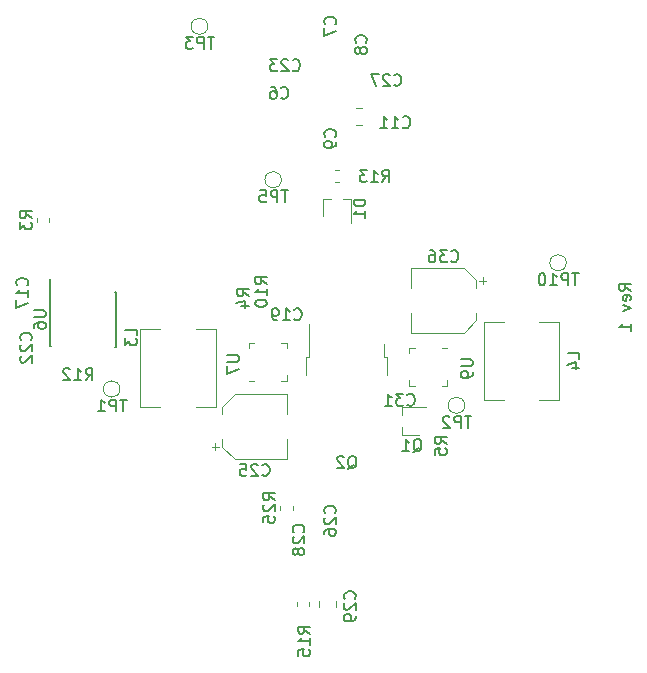
<source format=gbo>
G04 #@! TF.GenerationSoftware,KiCad,Pcbnew,5.1.5*
G04 #@! TF.CreationDate,2020-04-28T07:55:38-04:00*
G04 #@! TF.ProjectId,ball-spider,62616c6c-2d73-4706-9964-65722e6b6963,rev?*
G04 #@! TF.SameCoordinates,Original*
G04 #@! TF.FileFunction,Legend,Bot*
G04 #@! TF.FilePolarity,Positive*
%FSLAX46Y46*%
G04 Gerber Fmt 4.6, Leading zero omitted, Abs format (unit mm)*
G04 Created by KiCad (PCBNEW 5.1.5) date 2020-04-28 07:55:38*
%MOMM*%
%LPD*%
G04 APERTURE LIST*
%ADD10C,0.152400*%
%ADD11C,0.120000*%
%ADD12C,0.150000*%
G04 APERTURE END LIST*
D10*
X75449619Y-45361536D02*
X74965809Y-45022869D01*
X75449619Y-44780964D02*
X74433619Y-44780964D01*
X74433619Y-45168012D01*
X74482000Y-45264774D01*
X74530380Y-45313155D01*
X74627142Y-45361536D01*
X74772285Y-45361536D01*
X74869047Y-45313155D01*
X74917428Y-45264774D01*
X74965809Y-45168012D01*
X74965809Y-44780964D01*
X75401238Y-46184012D02*
X75449619Y-46087250D01*
X75449619Y-45893726D01*
X75401238Y-45796964D01*
X75304476Y-45748583D01*
X74917428Y-45748583D01*
X74820666Y-45796964D01*
X74772285Y-45893726D01*
X74772285Y-46087250D01*
X74820666Y-46184012D01*
X74917428Y-46232393D01*
X75014190Y-46232393D01*
X75110952Y-45748583D01*
X74772285Y-46571060D02*
X75449619Y-46812964D01*
X74772285Y-47054869D01*
X75449619Y-48748202D02*
X75449619Y-48167631D01*
X75449619Y-48457917D02*
X74433619Y-48457917D01*
X74578761Y-48361155D01*
X74675523Y-48264393D01*
X74723904Y-48167631D01*
D11*
X46810000Y-63597221D02*
X46810000Y-63922779D01*
X45790000Y-63597221D02*
X45790000Y-63922779D01*
X69990000Y-43010000D02*
G75*
G03X69990000Y-43010000I-700000J0D01*
G01*
X45870000Y-35980000D02*
G75*
G03X45870000Y-35980000I-700000J0D01*
G01*
X39630000Y-22990000D02*
G75*
G03X39630000Y-22990000I-700000J0D01*
G01*
X61390000Y-55090000D02*
G75*
G03X61390000Y-55090000I-700000J0D01*
G01*
X32200000Y-53700000D02*
G75*
G03X32200000Y-53700000I-700000J0D01*
G01*
X59435000Y-50190000D02*
X59910000Y-50190000D01*
X56690000Y-53410000D02*
X56690000Y-52935000D01*
X57165000Y-53410000D02*
X56690000Y-53410000D01*
X59910000Y-53410000D02*
X59910000Y-52935000D01*
X59435000Y-53410000D02*
X59910000Y-53410000D01*
X56690000Y-50190000D02*
X56690000Y-50665000D01*
X57165000Y-50190000D02*
X56690000Y-50190000D01*
X43565000Y-53010000D02*
X43090000Y-53010000D01*
X46310000Y-49790000D02*
X46310000Y-50265000D01*
X45835000Y-49790000D02*
X46310000Y-49790000D01*
X43090000Y-49790000D02*
X43090000Y-50265000D01*
X43565000Y-49790000D02*
X43090000Y-49790000D01*
X46310000Y-53010000D02*
X46310000Y-52535000D01*
X45835000Y-53010000D02*
X46310000Y-53010000D01*
D12*
X31825000Y-45475000D02*
X31825000Y-50125000D01*
X26300000Y-44400000D02*
X26300000Y-50100000D01*
X31825000Y-45475000D02*
X31800000Y-45475000D01*
X31825000Y-50125000D02*
X31800000Y-50125000D01*
X26300000Y-50100000D02*
X26400000Y-50100000D01*
D11*
X47190000Y-72062779D02*
X47190000Y-71737221D01*
X48210000Y-72062779D02*
X48210000Y-71737221D01*
X50407221Y-35160000D02*
X50732779Y-35160000D01*
X50407221Y-36180000D02*
X50732779Y-36180000D01*
X26210000Y-39237221D02*
X26210000Y-39562779D01*
X25190000Y-39237221D02*
X25190000Y-39562779D01*
X54580000Y-51030000D02*
X54580000Y-49930000D01*
X54850000Y-51030000D02*
X54580000Y-51030000D01*
X54850000Y-52530000D02*
X54850000Y-51030000D01*
X48220000Y-51030000D02*
X48220000Y-48200000D01*
X47950000Y-51030000D02*
X48220000Y-51030000D01*
X47950000Y-52530000D02*
X47950000Y-51030000D01*
X57480000Y-57560000D02*
X56070000Y-57560000D01*
X56070000Y-55240000D02*
X58100000Y-55240000D01*
X56070000Y-55240000D02*
X56070000Y-55900000D01*
X56070000Y-56900000D02*
X56070000Y-57560000D01*
X69400000Y-48000000D02*
X67700000Y-48000000D01*
X69400000Y-54600000D02*
X69400000Y-48000000D01*
X67700000Y-54600000D02*
X69400000Y-54600000D01*
X63000000Y-54600000D02*
X64700000Y-54600000D01*
X63000000Y-48000000D02*
X63000000Y-54600000D01*
X64700000Y-48000000D02*
X63000000Y-48000000D01*
X33900000Y-55200000D02*
X35600000Y-55200000D01*
X33900000Y-48600000D02*
X33900000Y-55200000D01*
X35600000Y-48600000D02*
X33900000Y-48600000D01*
X40300000Y-48600000D02*
X38600000Y-48600000D01*
X40300000Y-55200000D02*
X40300000Y-48600000D01*
X38600000Y-55200000D02*
X40300000Y-55200000D01*
X49420000Y-39040000D02*
X49420000Y-37630000D01*
X51740000Y-37630000D02*
X51740000Y-39660000D01*
X51740000Y-37630000D02*
X51080000Y-37630000D01*
X50080000Y-37630000D02*
X49420000Y-37630000D01*
X62912500Y-44202500D02*
X62912500Y-44827500D01*
X63225000Y-44515000D02*
X62600000Y-44515000D01*
X62360000Y-47895563D02*
X61295563Y-48960000D01*
X62360000Y-44504437D02*
X61295563Y-43440000D01*
X62360000Y-44504437D02*
X62360000Y-45140000D01*
X62360000Y-47895563D02*
X62360000Y-47260000D01*
X61295563Y-48960000D02*
X56840000Y-48960000D01*
X61295563Y-43440000D02*
X56840000Y-43440000D01*
X56840000Y-43440000D02*
X56840000Y-45140000D01*
X56840000Y-48960000D02*
X56840000Y-47260000D01*
X49090000Y-72158578D02*
X49090000Y-71641422D01*
X50510000Y-72158578D02*
X50510000Y-71641422D01*
X40287500Y-58897500D02*
X40287500Y-58272500D01*
X39975000Y-58585000D02*
X40600000Y-58585000D01*
X40840000Y-55204437D02*
X41904437Y-54140000D01*
X40840000Y-58595563D02*
X41904437Y-59660000D01*
X40840000Y-58595563D02*
X40840000Y-57960000D01*
X40840000Y-55204437D02*
X40840000Y-55840000D01*
X41904437Y-54140000D02*
X46360000Y-54140000D01*
X41904437Y-59660000D02*
X46360000Y-59660000D01*
X46360000Y-59660000D02*
X46360000Y-57960000D01*
X46360000Y-54140000D02*
X46360000Y-55840000D01*
X52658578Y-31310000D02*
X52141422Y-31310000D01*
X52658578Y-29890000D02*
X52141422Y-29890000D01*
D12*
X45322380Y-63117142D02*
X44846190Y-62783809D01*
X45322380Y-62545714D02*
X44322380Y-62545714D01*
X44322380Y-62926666D01*
X44370000Y-63021904D01*
X44417619Y-63069523D01*
X44512857Y-63117142D01*
X44655714Y-63117142D01*
X44750952Y-63069523D01*
X44798571Y-63021904D01*
X44846190Y-62926666D01*
X44846190Y-62545714D01*
X44417619Y-63498095D02*
X44370000Y-63545714D01*
X44322380Y-63640952D01*
X44322380Y-63879047D01*
X44370000Y-63974285D01*
X44417619Y-64021904D01*
X44512857Y-64069523D01*
X44608095Y-64069523D01*
X44750952Y-64021904D01*
X45322380Y-63450476D01*
X45322380Y-64069523D01*
X44322380Y-64974285D02*
X44322380Y-64498095D01*
X44798571Y-64450476D01*
X44750952Y-64498095D01*
X44703333Y-64593333D01*
X44703333Y-64831428D01*
X44750952Y-64926666D01*
X44798571Y-64974285D01*
X44893809Y-65021904D01*
X45131904Y-65021904D01*
X45227142Y-64974285D01*
X45274761Y-64926666D01*
X45322380Y-64831428D01*
X45322380Y-64593333D01*
X45274761Y-64498095D01*
X45227142Y-64450476D01*
X71028095Y-43910380D02*
X70456666Y-43910380D01*
X70742380Y-44910380D02*
X70742380Y-43910380D01*
X70123333Y-44910380D02*
X70123333Y-43910380D01*
X69742380Y-43910380D01*
X69647142Y-43958000D01*
X69599523Y-44005619D01*
X69551904Y-44100857D01*
X69551904Y-44243714D01*
X69599523Y-44338952D01*
X69647142Y-44386571D01*
X69742380Y-44434190D01*
X70123333Y-44434190D01*
X68599523Y-44910380D02*
X69170952Y-44910380D01*
X68885238Y-44910380D02*
X68885238Y-43910380D01*
X68980476Y-44053238D01*
X69075714Y-44148476D01*
X69170952Y-44196095D01*
X67980476Y-43910380D02*
X67885238Y-43910380D01*
X67790000Y-43958000D01*
X67742380Y-44005619D01*
X67694761Y-44100857D01*
X67647142Y-44291333D01*
X67647142Y-44529428D01*
X67694761Y-44719904D01*
X67742380Y-44815142D01*
X67790000Y-44862761D01*
X67885238Y-44910380D01*
X67980476Y-44910380D01*
X68075714Y-44862761D01*
X68123333Y-44815142D01*
X68170952Y-44719904D01*
X68218571Y-44529428D01*
X68218571Y-44291333D01*
X68170952Y-44100857D01*
X68123333Y-44005619D01*
X68075714Y-43958000D01*
X67980476Y-43910380D01*
X46431904Y-36880380D02*
X45860476Y-36880380D01*
X46146190Y-37880380D02*
X46146190Y-36880380D01*
X45527142Y-37880380D02*
X45527142Y-36880380D01*
X45146190Y-36880380D01*
X45050952Y-36928000D01*
X45003333Y-36975619D01*
X44955714Y-37070857D01*
X44955714Y-37213714D01*
X45003333Y-37308952D01*
X45050952Y-37356571D01*
X45146190Y-37404190D01*
X45527142Y-37404190D01*
X44050952Y-36880380D02*
X44527142Y-36880380D01*
X44574761Y-37356571D01*
X44527142Y-37308952D01*
X44431904Y-37261333D01*
X44193809Y-37261333D01*
X44098571Y-37308952D01*
X44050952Y-37356571D01*
X44003333Y-37451809D01*
X44003333Y-37689904D01*
X44050952Y-37785142D01*
X44098571Y-37832761D01*
X44193809Y-37880380D01*
X44431904Y-37880380D01*
X44527142Y-37832761D01*
X44574761Y-37785142D01*
X40191904Y-23890380D02*
X39620476Y-23890380D01*
X39906190Y-24890380D02*
X39906190Y-23890380D01*
X39287142Y-24890380D02*
X39287142Y-23890380D01*
X38906190Y-23890380D01*
X38810952Y-23938000D01*
X38763333Y-23985619D01*
X38715714Y-24080857D01*
X38715714Y-24223714D01*
X38763333Y-24318952D01*
X38810952Y-24366571D01*
X38906190Y-24414190D01*
X39287142Y-24414190D01*
X38382380Y-23890380D02*
X37763333Y-23890380D01*
X38096666Y-24271333D01*
X37953809Y-24271333D01*
X37858571Y-24318952D01*
X37810952Y-24366571D01*
X37763333Y-24461809D01*
X37763333Y-24699904D01*
X37810952Y-24795142D01*
X37858571Y-24842761D01*
X37953809Y-24890380D01*
X38239523Y-24890380D01*
X38334761Y-24842761D01*
X38382380Y-24795142D01*
X61951904Y-55990380D02*
X61380476Y-55990380D01*
X61666190Y-56990380D02*
X61666190Y-55990380D01*
X61047142Y-56990380D02*
X61047142Y-55990380D01*
X60666190Y-55990380D01*
X60570952Y-56038000D01*
X60523333Y-56085619D01*
X60475714Y-56180857D01*
X60475714Y-56323714D01*
X60523333Y-56418952D01*
X60570952Y-56466571D01*
X60666190Y-56514190D01*
X61047142Y-56514190D01*
X60094761Y-56085619D02*
X60047142Y-56038000D01*
X59951904Y-55990380D01*
X59713809Y-55990380D01*
X59618571Y-56038000D01*
X59570952Y-56085619D01*
X59523333Y-56180857D01*
X59523333Y-56276095D01*
X59570952Y-56418952D01*
X60142380Y-56990380D01*
X59523333Y-56990380D01*
X46812857Y-26687142D02*
X46860476Y-26734761D01*
X47003333Y-26782380D01*
X47098571Y-26782380D01*
X47241428Y-26734761D01*
X47336666Y-26639523D01*
X47384285Y-26544285D01*
X47431904Y-26353809D01*
X47431904Y-26210952D01*
X47384285Y-26020476D01*
X47336666Y-25925238D01*
X47241428Y-25830000D01*
X47098571Y-25782380D01*
X47003333Y-25782380D01*
X46860476Y-25830000D01*
X46812857Y-25877619D01*
X46431904Y-25877619D02*
X46384285Y-25830000D01*
X46289047Y-25782380D01*
X46050952Y-25782380D01*
X45955714Y-25830000D01*
X45908095Y-25877619D01*
X45860476Y-25972857D01*
X45860476Y-26068095D01*
X45908095Y-26210952D01*
X46479523Y-26782380D01*
X45860476Y-26782380D01*
X45527142Y-25782380D02*
X44908095Y-25782380D01*
X45241428Y-26163333D01*
X45098571Y-26163333D01*
X45003333Y-26210952D01*
X44955714Y-26258571D01*
X44908095Y-26353809D01*
X44908095Y-26591904D01*
X44955714Y-26687142D01*
X45003333Y-26734761D01*
X45098571Y-26782380D01*
X45384285Y-26782380D01*
X45479523Y-26734761D01*
X45527142Y-26687142D01*
X32761904Y-54600380D02*
X32190476Y-54600380D01*
X32476190Y-55600380D02*
X32476190Y-54600380D01*
X31857142Y-55600380D02*
X31857142Y-54600380D01*
X31476190Y-54600380D01*
X31380952Y-54648000D01*
X31333333Y-54695619D01*
X31285714Y-54790857D01*
X31285714Y-54933714D01*
X31333333Y-55028952D01*
X31380952Y-55076571D01*
X31476190Y-55124190D01*
X31857142Y-55124190D01*
X30333333Y-55600380D02*
X30904761Y-55600380D01*
X30619047Y-55600380D02*
X30619047Y-54600380D01*
X30714285Y-54743238D01*
X30809523Y-54838476D01*
X30904761Y-54886095D01*
X61052380Y-51188095D02*
X61861904Y-51188095D01*
X61957142Y-51235714D01*
X62004761Y-51283333D01*
X62052380Y-51378571D01*
X62052380Y-51569047D01*
X62004761Y-51664285D01*
X61957142Y-51711904D01*
X61861904Y-51759523D01*
X61052380Y-51759523D01*
X62052380Y-52283333D02*
X62052380Y-52473809D01*
X62004761Y-52569047D01*
X61957142Y-52616666D01*
X61814285Y-52711904D01*
X61623809Y-52759523D01*
X61242857Y-52759523D01*
X61147619Y-52711904D01*
X61100000Y-52664285D01*
X61052380Y-52569047D01*
X61052380Y-52378571D01*
X61100000Y-52283333D01*
X61147619Y-52235714D01*
X61242857Y-52188095D01*
X61480952Y-52188095D01*
X61576190Y-52235714D01*
X61623809Y-52283333D01*
X61671428Y-52378571D01*
X61671428Y-52569047D01*
X61623809Y-52664285D01*
X61576190Y-52711904D01*
X61480952Y-52759523D01*
X41272380Y-50828095D02*
X42081904Y-50828095D01*
X42177142Y-50875714D01*
X42224761Y-50923333D01*
X42272380Y-51018571D01*
X42272380Y-51209047D01*
X42224761Y-51304285D01*
X42177142Y-51351904D01*
X42081904Y-51399523D01*
X41272380Y-51399523D01*
X41272380Y-51780476D02*
X41272380Y-52447142D01*
X42272380Y-52018571D01*
X24902380Y-47038095D02*
X25711904Y-47038095D01*
X25807142Y-47085714D01*
X25854761Y-47133333D01*
X25902380Y-47228571D01*
X25902380Y-47419047D01*
X25854761Y-47514285D01*
X25807142Y-47561904D01*
X25711904Y-47609523D01*
X24902380Y-47609523D01*
X24902380Y-48514285D02*
X24902380Y-48323809D01*
X24950000Y-48228571D01*
X24997619Y-48180952D01*
X25140476Y-48085714D01*
X25330952Y-48038095D01*
X25711904Y-48038095D01*
X25807142Y-48085714D01*
X25854761Y-48133333D01*
X25902380Y-48228571D01*
X25902380Y-48419047D01*
X25854761Y-48514285D01*
X25807142Y-48561904D01*
X25711904Y-48609523D01*
X25473809Y-48609523D01*
X25378571Y-48561904D01*
X25330952Y-48514285D01*
X25283333Y-48419047D01*
X25283333Y-48228571D01*
X25330952Y-48133333D01*
X25378571Y-48085714D01*
X25473809Y-48038095D01*
X48292380Y-74407142D02*
X47816190Y-74073809D01*
X48292380Y-73835714D02*
X47292380Y-73835714D01*
X47292380Y-74216666D01*
X47340000Y-74311904D01*
X47387619Y-74359523D01*
X47482857Y-74407142D01*
X47625714Y-74407142D01*
X47720952Y-74359523D01*
X47768571Y-74311904D01*
X47816190Y-74216666D01*
X47816190Y-73835714D01*
X48292380Y-75359523D02*
X48292380Y-74788095D01*
X48292380Y-75073809D02*
X47292380Y-75073809D01*
X47435238Y-74978571D01*
X47530476Y-74883333D01*
X47578095Y-74788095D01*
X47292380Y-76264285D02*
X47292380Y-75788095D01*
X47768571Y-75740476D01*
X47720952Y-75788095D01*
X47673333Y-75883333D01*
X47673333Y-76121428D01*
X47720952Y-76216666D01*
X47768571Y-76264285D01*
X47863809Y-76311904D01*
X48101904Y-76311904D01*
X48197142Y-76264285D01*
X48244761Y-76216666D01*
X48292380Y-76121428D01*
X48292380Y-75883333D01*
X48244761Y-75788095D01*
X48197142Y-75740476D01*
X54392857Y-36172380D02*
X54726190Y-35696190D01*
X54964285Y-36172380D02*
X54964285Y-35172380D01*
X54583333Y-35172380D01*
X54488095Y-35220000D01*
X54440476Y-35267619D01*
X54392857Y-35362857D01*
X54392857Y-35505714D01*
X54440476Y-35600952D01*
X54488095Y-35648571D01*
X54583333Y-35696190D01*
X54964285Y-35696190D01*
X53440476Y-36172380D02*
X54011904Y-36172380D01*
X53726190Y-36172380D02*
X53726190Y-35172380D01*
X53821428Y-35315238D01*
X53916666Y-35410476D01*
X54011904Y-35458095D01*
X53107142Y-35172380D02*
X52488095Y-35172380D01*
X52821428Y-35553333D01*
X52678571Y-35553333D01*
X52583333Y-35600952D01*
X52535714Y-35648571D01*
X52488095Y-35743809D01*
X52488095Y-35981904D01*
X52535714Y-36077142D01*
X52583333Y-36124761D01*
X52678571Y-36172380D01*
X52964285Y-36172380D01*
X53059523Y-36124761D01*
X53107142Y-36077142D01*
X29292857Y-52952380D02*
X29626190Y-52476190D01*
X29864285Y-52952380D02*
X29864285Y-51952380D01*
X29483333Y-51952380D01*
X29388095Y-52000000D01*
X29340476Y-52047619D01*
X29292857Y-52142857D01*
X29292857Y-52285714D01*
X29340476Y-52380952D01*
X29388095Y-52428571D01*
X29483333Y-52476190D01*
X29864285Y-52476190D01*
X28340476Y-52952380D02*
X28911904Y-52952380D01*
X28626190Y-52952380D02*
X28626190Y-51952380D01*
X28721428Y-52095238D01*
X28816666Y-52190476D01*
X28911904Y-52238095D01*
X27959523Y-52047619D02*
X27911904Y-52000000D01*
X27816666Y-51952380D01*
X27578571Y-51952380D01*
X27483333Y-52000000D01*
X27435714Y-52047619D01*
X27388095Y-52142857D01*
X27388095Y-52238095D01*
X27435714Y-52380952D01*
X28007142Y-52952380D01*
X27388095Y-52952380D01*
X44632380Y-44817142D02*
X44156190Y-44483809D01*
X44632380Y-44245714D02*
X43632380Y-44245714D01*
X43632380Y-44626666D01*
X43680000Y-44721904D01*
X43727619Y-44769523D01*
X43822857Y-44817142D01*
X43965714Y-44817142D01*
X44060952Y-44769523D01*
X44108571Y-44721904D01*
X44156190Y-44626666D01*
X44156190Y-44245714D01*
X44632380Y-45769523D02*
X44632380Y-45198095D01*
X44632380Y-45483809D02*
X43632380Y-45483809D01*
X43775238Y-45388571D01*
X43870476Y-45293333D01*
X43918095Y-45198095D01*
X43632380Y-46388571D02*
X43632380Y-46483809D01*
X43680000Y-46579047D01*
X43727619Y-46626666D01*
X43822857Y-46674285D01*
X44013333Y-46721904D01*
X44251428Y-46721904D01*
X44441904Y-46674285D01*
X44537142Y-46626666D01*
X44584761Y-46579047D01*
X44632380Y-46483809D01*
X44632380Y-46388571D01*
X44584761Y-46293333D01*
X44537142Y-46245714D01*
X44441904Y-46198095D01*
X44251428Y-46150476D01*
X44013333Y-46150476D01*
X43822857Y-46198095D01*
X43727619Y-46245714D01*
X43680000Y-46293333D01*
X43632380Y-46388571D01*
X59852380Y-58353333D02*
X59376190Y-58020000D01*
X59852380Y-57781904D02*
X58852380Y-57781904D01*
X58852380Y-58162857D01*
X58900000Y-58258095D01*
X58947619Y-58305714D01*
X59042857Y-58353333D01*
X59185714Y-58353333D01*
X59280952Y-58305714D01*
X59328571Y-58258095D01*
X59376190Y-58162857D01*
X59376190Y-57781904D01*
X58852380Y-59258095D02*
X58852380Y-58781904D01*
X59328571Y-58734285D01*
X59280952Y-58781904D01*
X59233333Y-58877142D01*
X59233333Y-59115238D01*
X59280952Y-59210476D01*
X59328571Y-59258095D01*
X59423809Y-59305714D01*
X59661904Y-59305714D01*
X59757142Y-59258095D01*
X59804761Y-59210476D01*
X59852380Y-59115238D01*
X59852380Y-58877142D01*
X59804761Y-58781904D01*
X59757142Y-58734285D01*
X43112380Y-45833333D02*
X42636190Y-45500000D01*
X43112380Y-45261904D02*
X42112380Y-45261904D01*
X42112380Y-45642857D01*
X42160000Y-45738095D01*
X42207619Y-45785714D01*
X42302857Y-45833333D01*
X42445714Y-45833333D01*
X42540952Y-45785714D01*
X42588571Y-45738095D01*
X42636190Y-45642857D01*
X42636190Y-45261904D01*
X42445714Y-46690476D02*
X43112380Y-46690476D01*
X42064761Y-46452380D02*
X42779047Y-46214285D01*
X42779047Y-46833333D01*
X24722380Y-39233333D02*
X24246190Y-38900000D01*
X24722380Y-38661904D02*
X23722380Y-38661904D01*
X23722380Y-39042857D01*
X23770000Y-39138095D01*
X23817619Y-39185714D01*
X23912857Y-39233333D01*
X24055714Y-39233333D01*
X24150952Y-39185714D01*
X24198571Y-39138095D01*
X24246190Y-39042857D01*
X24246190Y-38661904D01*
X23722380Y-39566666D02*
X23722380Y-40185714D01*
X24103333Y-39852380D01*
X24103333Y-39995238D01*
X24150952Y-40090476D01*
X24198571Y-40138095D01*
X24293809Y-40185714D01*
X24531904Y-40185714D01*
X24627142Y-40138095D01*
X24674761Y-40090476D01*
X24722380Y-39995238D01*
X24722380Y-39709523D01*
X24674761Y-39614285D01*
X24627142Y-39566666D01*
X51485238Y-60467619D02*
X51580476Y-60420000D01*
X51675714Y-60324761D01*
X51818571Y-60181904D01*
X51913809Y-60134285D01*
X52009047Y-60134285D01*
X51961428Y-60372380D02*
X52056666Y-60324761D01*
X52151904Y-60229523D01*
X52199523Y-60039047D01*
X52199523Y-59705714D01*
X52151904Y-59515238D01*
X52056666Y-59420000D01*
X51961428Y-59372380D01*
X51770952Y-59372380D01*
X51675714Y-59420000D01*
X51580476Y-59515238D01*
X51532857Y-59705714D01*
X51532857Y-60039047D01*
X51580476Y-60229523D01*
X51675714Y-60324761D01*
X51770952Y-60372380D01*
X51961428Y-60372380D01*
X51151904Y-59467619D02*
X51104285Y-59420000D01*
X51009047Y-59372380D01*
X50770952Y-59372380D01*
X50675714Y-59420000D01*
X50628095Y-59467619D01*
X50580476Y-59562857D01*
X50580476Y-59658095D01*
X50628095Y-59800952D01*
X51199523Y-60372380D01*
X50580476Y-60372380D01*
X57005238Y-59047619D02*
X57100476Y-59000000D01*
X57195714Y-58904761D01*
X57338571Y-58761904D01*
X57433809Y-58714285D01*
X57529047Y-58714285D01*
X57481428Y-58952380D02*
X57576666Y-58904761D01*
X57671904Y-58809523D01*
X57719523Y-58619047D01*
X57719523Y-58285714D01*
X57671904Y-58095238D01*
X57576666Y-58000000D01*
X57481428Y-57952380D01*
X57290952Y-57952380D01*
X57195714Y-58000000D01*
X57100476Y-58095238D01*
X57052857Y-58285714D01*
X57052857Y-58619047D01*
X57100476Y-58809523D01*
X57195714Y-58904761D01*
X57290952Y-58952380D01*
X57481428Y-58952380D01*
X56100476Y-58952380D02*
X56671904Y-58952380D01*
X56386190Y-58952380D02*
X56386190Y-57952380D01*
X56481428Y-58095238D01*
X56576666Y-58190476D01*
X56671904Y-58238095D01*
X71102380Y-51133333D02*
X71102380Y-50657142D01*
X70102380Y-50657142D01*
X70435714Y-51895238D02*
X71102380Y-51895238D01*
X70054761Y-51657142D02*
X70769047Y-51419047D01*
X70769047Y-52038095D01*
X33612380Y-49153333D02*
X33612380Y-48677142D01*
X32612380Y-48677142D01*
X32612380Y-49391428D02*
X32612380Y-50010476D01*
X32993333Y-49677142D01*
X32993333Y-49820000D01*
X33040952Y-49915238D01*
X33088571Y-49962857D01*
X33183809Y-50010476D01*
X33421904Y-50010476D01*
X33517142Y-49962857D01*
X33564761Y-49915238D01*
X33612380Y-49820000D01*
X33612380Y-49534285D01*
X33564761Y-49439047D01*
X33517142Y-49391428D01*
X52982380Y-37671904D02*
X51982380Y-37671904D01*
X51982380Y-37910000D01*
X52030000Y-38052857D01*
X52125238Y-38148095D01*
X52220476Y-38195714D01*
X52410952Y-38243333D01*
X52553809Y-38243333D01*
X52744285Y-38195714D01*
X52839523Y-38148095D01*
X52934761Y-38052857D01*
X52982380Y-37910000D01*
X52982380Y-37671904D01*
X52982380Y-39195714D02*
X52982380Y-38624285D01*
X52982380Y-38910000D02*
X51982380Y-38910000D01*
X52125238Y-38814761D01*
X52220476Y-38719523D01*
X52268095Y-38624285D01*
X60242857Y-42857142D02*
X60290476Y-42904761D01*
X60433333Y-42952380D01*
X60528571Y-42952380D01*
X60671428Y-42904761D01*
X60766666Y-42809523D01*
X60814285Y-42714285D01*
X60861904Y-42523809D01*
X60861904Y-42380952D01*
X60814285Y-42190476D01*
X60766666Y-42095238D01*
X60671428Y-42000000D01*
X60528571Y-41952380D01*
X60433333Y-41952380D01*
X60290476Y-42000000D01*
X60242857Y-42047619D01*
X59909523Y-41952380D02*
X59290476Y-41952380D01*
X59623809Y-42333333D01*
X59480952Y-42333333D01*
X59385714Y-42380952D01*
X59338095Y-42428571D01*
X59290476Y-42523809D01*
X59290476Y-42761904D01*
X59338095Y-42857142D01*
X59385714Y-42904761D01*
X59480952Y-42952380D01*
X59766666Y-42952380D01*
X59861904Y-42904761D01*
X59909523Y-42857142D01*
X58433333Y-41952380D02*
X58623809Y-41952380D01*
X58719047Y-42000000D01*
X58766666Y-42047619D01*
X58861904Y-42190476D01*
X58909523Y-42380952D01*
X58909523Y-42761904D01*
X58861904Y-42857142D01*
X58814285Y-42904761D01*
X58719047Y-42952380D01*
X58528571Y-42952380D01*
X58433333Y-42904761D01*
X58385714Y-42857142D01*
X58338095Y-42761904D01*
X58338095Y-42523809D01*
X58385714Y-42428571D01*
X58433333Y-42380952D01*
X58528571Y-42333333D01*
X58719047Y-42333333D01*
X58814285Y-42380952D01*
X58861904Y-42428571D01*
X58909523Y-42523809D01*
X56532857Y-55017142D02*
X56580476Y-55064761D01*
X56723333Y-55112380D01*
X56818571Y-55112380D01*
X56961428Y-55064761D01*
X57056666Y-54969523D01*
X57104285Y-54874285D01*
X57151904Y-54683809D01*
X57151904Y-54540952D01*
X57104285Y-54350476D01*
X57056666Y-54255238D01*
X56961428Y-54160000D01*
X56818571Y-54112380D01*
X56723333Y-54112380D01*
X56580476Y-54160000D01*
X56532857Y-54207619D01*
X56199523Y-54112380D02*
X55580476Y-54112380D01*
X55913809Y-54493333D01*
X55770952Y-54493333D01*
X55675714Y-54540952D01*
X55628095Y-54588571D01*
X55580476Y-54683809D01*
X55580476Y-54921904D01*
X55628095Y-55017142D01*
X55675714Y-55064761D01*
X55770952Y-55112380D01*
X56056666Y-55112380D01*
X56151904Y-55064761D01*
X56199523Y-55017142D01*
X54628095Y-55112380D02*
X55199523Y-55112380D01*
X54913809Y-55112380D02*
X54913809Y-54112380D01*
X55009047Y-54255238D01*
X55104285Y-54350476D01*
X55199523Y-54398095D01*
X52057142Y-71457142D02*
X52104761Y-71409523D01*
X52152380Y-71266666D01*
X52152380Y-71171428D01*
X52104761Y-71028571D01*
X52009523Y-70933333D01*
X51914285Y-70885714D01*
X51723809Y-70838095D01*
X51580952Y-70838095D01*
X51390476Y-70885714D01*
X51295238Y-70933333D01*
X51200000Y-71028571D01*
X51152380Y-71171428D01*
X51152380Y-71266666D01*
X51200000Y-71409523D01*
X51247619Y-71457142D01*
X51247619Y-71838095D02*
X51200000Y-71885714D01*
X51152380Y-71980952D01*
X51152380Y-72219047D01*
X51200000Y-72314285D01*
X51247619Y-72361904D01*
X51342857Y-72409523D01*
X51438095Y-72409523D01*
X51580952Y-72361904D01*
X52152380Y-71790476D01*
X52152380Y-72409523D01*
X52152380Y-72885714D02*
X52152380Y-73076190D01*
X52104761Y-73171428D01*
X52057142Y-73219047D01*
X51914285Y-73314285D01*
X51723809Y-73361904D01*
X51342857Y-73361904D01*
X51247619Y-73314285D01*
X51200000Y-73266666D01*
X51152380Y-73171428D01*
X51152380Y-72980952D01*
X51200000Y-72885714D01*
X51247619Y-72838095D01*
X51342857Y-72790476D01*
X51580952Y-72790476D01*
X51676190Y-72838095D01*
X51723809Y-72885714D01*
X51771428Y-72980952D01*
X51771428Y-73171428D01*
X51723809Y-73266666D01*
X51676190Y-73314285D01*
X51580952Y-73361904D01*
X47717142Y-65827142D02*
X47764761Y-65779523D01*
X47812380Y-65636666D01*
X47812380Y-65541428D01*
X47764761Y-65398571D01*
X47669523Y-65303333D01*
X47574285Y-65255714D01*
X47383809Y-65208095D01*
X47240952Y-65208095D01*
X47050476Y-65255714D01*
X46955238Y-65303333D01*
X46860000Y-65398571D01*
X46812380Y-65541428D01*
X46812380Y-65636666D01*
X46860000Y-65779523D01*
X46907619Y-65827142D01*
X46907619Y-66208095D02*
X46860000Y-66255714D01*
X46812380Y-66350952D01*
X46812380Y-66589047D01*
X46860000Y-66684285D01*
X46907619Y-66731904D01*
X47002857Y-66779523D01*
X47098095Y-66779523D01*
X47240952Y-66731904D01*
X47812380Y-66160476D01*
X47812380Y-66779523D01*
X47240952Y-67350952D02*
X47193333Y-67255714D01*
X47145714Y-67208095D01*
X47050476Y-67160476D01*
X47002857Y-67160476D01*
X46907619Y-67208095D01*
X46860000Y-67255714D01*
X46812380Y-67350952D01*
X46812380Y-67541428D01*
X46860000Y-67636666D01*
X46907619Y-67684285D01*
X47002857Y-67731904D01*
X47050476Y-67731904D01*
X47145714Y-67684285D01*
X47193333Y-67636666D01*
X47240952Y-67541428D01*
X47240952Y-67350952D01*
X47288571Y-67255714D01*
X47336190Y-67208095D01*
X47431428Y-67160476D01*
X47621904Y-67160476D01*
X47717142Y-67208095D01*
X47764761Y-67255714D01*
X47812380Y-67350952D01*
X47812380Y-67541428D01*
X47764761Y-67636666D01*
X47717142Y-67684285D01*
X47621904Y-67731904D01*
X47431428Y-67731904D01*
X47336190Y-67684285D01*
X47288571Y-67636666D01*
X47240952Y-67541428D01*
X55402857Y-27937142D02*
X55450476Y-27984761D01*
X55593333Y-28032380D01*
X55688571Y-28032380D01*
X55831428Y-27984761D01*
X55926666Y-27889523D01*
X55974285Y-27794285D01*
X56021904Y-27603809D01*
X56021904Y-27460952D01*
X55974285Y-27270476D01*
X55926666Y-27175238D01*
X55831428Y-27080000D01*
X55688571Y-27032380D01*
X55593333Y-27032380D01*
X55450476Y-27080000D01*
X55402857Y-27127619D01*
X55021904Y-27127619D02*
X54974285Y-27080000D01*
X54879047Y-27032380D01*
X54640952Y-27032380D01*
X54545714Y-27080000D01*
X54498095Y-27127619D01*
X54450476Y-27222857D01*
X54450476Y-27318095D01*
X54498095Y-27460952D01*
X55069523Y-28032380D01*
X54450476Y-28032380D01*
X54117142Y-27032380D02*
X53450476Y-27032380D01*
X53879047Y-28032380D01*
X50397142Y-64207142D02*
X50444761Y-64159523D01*
X50492380Y-64016666D01*
X50492380Y-63921428D01*
X50444761Y-63778571D01*
X50349523Y-63683333D01*
X50254285Y-63635714D01*
X50063809Y-63588095D01*
X49920952Y-63588095D01*
X49730476Y-63635714D01*
X49635238Y-63683333D01*
X49540000Y-63778571D01*
X49492380Y-63921428D01*
X49492380Y-64016666D01*
X49540000Y-64159523D01*
X49587619Y-64207142D01*
X49587619Y-64588095D02*
X49540000Y-64635714D01*
X49492380Y-64730952D01*
X49492380Y-64969047D01*
X49540000Y-65064285D01*
X49587619Y-65111904D01*
X49682857Y-65159523D01*
X49778095Y-65159523D01*
X49920952Y-65111904D01*
X50492380Y-64540476D01*
X50492380Y-65159523D01*
X49492380Y-66016666D02*
X49492380Y-65826190D01*
X49540000Y-65730952D01*
X49587619Y-65683333D01*
X49730476Y-65588095D01*
X49920952Y-65540476D01*
X50301904Y-65540476D01*
X50397142Y-65588095D01*
X50444761Y-65635714D01*
X50492380Y-65730952D01*
X50492380Y-65921428D01*
X50444761Y-66016666D01*
X50397142Y-66064285D01*
X50301904Y-66111904D01*
X50063809Y-66111904D01*
X49968571Y-66064285D01*
X49920952Y-66016666D01*
X49873333Y-65921428D01*
X49873333Y-65730952D01*
X49920952Y-65635714D01*
X49968571Y-65588095D01*
X50063809Y-65540476D01*
X44242857Y-60957142D02*
X44290476Y-61004761D01*
X44433333Y-61052380D01*
X44528571Y-61052380D01*
X44671428Y-61004761D01*
X44766666Y-60909523D01*
X44814285Y-60814285D01*
X44861904Y-60623809D01*
X44861904Y-60480952D01*
X44814285Y-60290476D01*
X44766666Y-60195238D01*
X44671428Y-60100000D01*
X44528571Y-60052380D01*
X44433333Y-60052380D01*
X44290476Y-60100000D01*
X44242857Y-60147619D01*
X43861904Y-60147619D02*
X43814285Y-60100000D01*
X43719047Y-60052380D01*
X43480952Y-60052380D01*
X43385714Y-60100000D01*
X43338095Y-60147619D01*
X43290476Y-60242857D01*
X43290476Y-60338095D01*
X43338095Y-60480952D01*
X43909523Y-61052380D01*
X43290476Y-61052380D01*
X42385714Y-60052380D02*
X42861904Y-60052380D01*
X42909523Y-60528571D01*
X42861904Y-60480952D01*
X42766666Y-60433333D01*
X42528571Y-60433333D01*
X42433333Y-60480952D01*
X42385714Y-60528571D01*
X42338095Y-60623809D01*
X42338095Y-60861904D01*
X42385714Y-60957142D01*
X42433333Y-61004761D01*
X42528571Y-61052380D01*
X42766666Y-61052380D01*
X42861904Y-61004761D01*
X42909523Y-60957142D01*
X24637142Y-49567142D02*
X24684761Y-49519523D01*
X24732380Y-49376666D01*
X24732380Y-49281428D01*
X24684761Y-49138571D01*
X24589523Y-49043333D01*
X24494285Y-48995714D01*
X24303809Y-48948095D01*
X24160952Y-48948095D01*
X23970476Y-48995714D01*
X23875238Y-49043333D01*
X23780000Y-49138571D01*
X23732380Y-49281428D01*
X23732380Y-49376666D01*
X23780000Y-49519523D01*
X23827619Y-49567142D01*
X23827619Y-49948095D02*
X23780000Y-49995714D01*
X23732380Y-50090952D01*
X23732380Y-50329047D01*
X23780000Y-50424285D01*
X23827619Y-50471904D01*
X23922857Y-50519523D01*
X24018095Y-50519523D01*
X24160952Y-50471904D01*
X24732380Y-49900476D01*
X24732380Y-50519523D01*
X23827619Y-50900476D02*
X23780000Y-50948095D01*
X23732380Y-51043333D01*
X23732380Y-51281428D01*
X23780000Y-51376666D01*
X23827619Y-51424285D01*
X23922857Y-51471904D01*
X24018095Y-51471904D01*
X24160952Y-51424285D01*
X24732380Y-50852857D01*
X24732380Y-51471904D01*
X46957857Y-47787142D02*
X47005476Y-47834761D01*
X47148333Y-47882380D01*
X47243571Y-47882380D01*
X47386428Y-47834761D01*
X47481666Y-47739523D01*
X47529285Y-47644285D01*
X47576904Y-47453809D01*
X47576904Y-47310952D01*
X47529285Y-47120476D01*
X47481666Y-47025238D01*
X47386428Y-46930000D01*
X47243571Y-46882380D01*
X47148333Y-46882380D01*
X47005476Y-46930000D01*
X46957857Y-46977619D01*
X46005476Y-47882380D02*
X46576904Y-47882380D01*
X46291190Y-47882380D02*
X46291190Y-46882380D01*
X46386428Y-47025238D01*
X46481666Y-47120476D01*
X46576904Y-47168095D01*
X45529285Y-47882380D02*
X45338809Y-47882380D01*
X45243571Y-47834761D01*
X45195952Y-47787142D01*
X45100714Y-47644285D01*
X45053095Y-47453809D01*
X45053095Y-47072857D01*
X45100714Y-46977619D01*
X45148333Y-46930000D01*
X45243571Y-46882380D01*
X45434047Y-46882380D01*
X45529285Y-46930000D01*
X45576904Y-46977619D01*
X45624523Y-47072857D01*
X45624523Y-47310952D01*
X45576904Y-47406190D01*
X45529285Y-47453809D01*
X45434047Y-47501428D01*
X45243571Y-47501428D01*
X45148333Y-47453809D01*
X45100714Y-47406190D01*
X45053095Y-47310952D01*
X24327142Y-44917142D02*
X24374761Y-44869523D01*
X24422380Y-44726666D01*
X24422380Y-44631428D01*
X24374761Y-44488571D01*
X24279523Y-44393333D01*
X24184285Y-44345714D01*
X23993809Y-44298095D01*
X23850952Y-44298095D01*
X23660476Y-44345714D01*
X23565238Y-44393333D01*
X23470000Y-44488571D01*
X23422380Y-44631428D01*
X23422380Y-44726666D01*
X23470000Y-44869523D01*
X23517619Y-44917142D01*
X24422380Y-45869523D02*
X24422380Y-45298095D01*
X24422380Y-45583809D02*
X23422380Y-45583809D01*
X23565238Y-45488571D01*
X23660476Y-45393333D01*
X23708095Y-45298095D01*
X23422380Y-46202857D02*
X23422380Y-46869523D01*
X24422380Y-46440952D01*
X56152857Y-31517142D02*
X56200476Y-31564761D01*
X56343333Y-31612380D01*
X56438571Y-31612380D01*
X56581428Y-31564761D01*
X56676666Y-31469523D01*
X56724285Y-31374285D01*
X56771904Y-31183809D01*
X56771904Y-31040952D01*
X56724285Y-30850476D01*
X56676666Y-30755238D01*
X56581428Y-30660000D01*
X56438571Y-30612380D01*
X56343333Y-30612380D01*
X56200476Y-30660000D01*
X56152857Y-30707619D01*
X55200476Y-31612380D02*
X55771904Y-31612380D01*
X55486190Y-31612380D02*
X55486190Y-30612380D01*
X55581428Y-30755238D01*
X55676666Y-30850476D01*
X55771904Y-30898095D01*
X54248095Y-31612380D02*
X54819523Y-31612380D01*
X54533809Y-31612380D02*
X54533809Y-30612380D01*
X54629047Y-30755238D01*
X54724285Y-30850476D01*
X54819523Y-30898095D01*
X50407142Y-32333333D02*
X50454761Y-32285714D01*
X50502380Y-32142857D01*
X50502380Y-32047619D01*
X50454761Y-31904761D01*
X50359523Y-31809523D01*
X50264285Y-31761904D01*
X50073809Y-31714285D01*
X49930952Y-31714285D01*
X49740476Y-31761904D01*
X49645238Y-31809523D01*
X49550000Y-31904761D01*
X49502380Y-32047619D01*
X49502380Y-32142857D01*
X49550000Y-32285714D01*
X49597619Y-32333333D01*
X50502380Y-32809523D02*
X50502380Y-33000000D01*
X50454761Y-33095238D01*
X50407142Y-33142857D01*
X50264285Y-33238095D01*
X50073809Y-33285714D01*
X49692857Y-33285714D01*
X49597619Y-33238095D01*
X49550000Y-33190476D01*
X49502380Y-33095238D01*
X49502380Y-32904761D01*
X49550000Y-32809523D01*
X49597619Y-32761904D01*
X49692857Y-32714285D01*
X49930952Y-32714285D01*
X50026190Y-32761904D01*
X50073809Y-32809523D01*
X50121428Y-32904761D01*
X50121428Y-33095238D01*
X50073809Y-33190476D01*
X50026190Y-33238095D01*
X49930952Y-33285714D01*
X53017142Y-24373333D02*
X53064761Y-24325714D01*
X53112380Y-24182857D01*
X53112380Y-24087619D01*
X53064761Y-23944761D01*
X52969523Y-23849523D01*
X52874285Y-23801904D01*
X52683809Y-23754285D01*
X52540952Y-23754285D01*
X52350476Y-23801904D01*
X52255238Y-23849523D01*
X52160000Y-23944761D01*
X52112380Y-24087619D01*
X52112380Y-24182857D01*
X52160000Y-24325714D01*
X52207619Y-24373333D01*
X52540952Y-24944761D02*
X52493333Y-24849523D01*
X52445714Y-24801904D01*
X52350476Y-24754285D01*
X52302857Y-24754285D01*
X52207619Y-24801904D01*
X52160000Y-24849523D01*
X52112380Y-24944761D01*
X52112380Y-25135238D01*
X52160000Y-25230476D01*
X52207619Y-25278095D01*
X52302857Y-25325714D01*
X52350476Y-25325714D01*
X52445714Y-25278095D01*
X52493333Y-25230476D01*
X52540952Y-25135238D01*
X52540952Y-24944761D01*
X52588571Y-24849523D01*
X52636190Y-24801904D01*
X52731428Y-24754285D01*
X52921904Y-24754285D01*
X53017142Y-24801904D01*
X53064761Y-24849523D01*
X53112380Y-24944761D01*
X53112380Y-25135238D01*
X53064761Y-25230476D01*
X53017142Y-25278095D01*
X52921904Y-25325714D01*
X52731428Y-25325714D01*
X52636190Y-25278095D01*
X52588571Y-25230476D01*
X52540952Y-25135238D01*
X50407142Y-22803333D02*
X50454761Y-22755714D01*
X50502380Y-22612857D01*
X50502380Y-22517619D01*
X50454761Y-22374761D01*
X50359523Y-22279523D01*
X50264285Y-22231904D01*
X50073809Y-22184285D01*
X49930952Y-22184285D01*
X49740476Y-22231904D01*
X49645238Y-22279523D01*
X49550000Y-22374761D01*
X49502380Y-22517619D01*
X49502380Y-22612857D01*
X49550000Y-22755714D01*
X49597619Y-22803333D01*
X49502380Y-23136666D02*
X49502380Y-23803333D01*
X50502380Y-23374761D01*
X45836666Y-29027142D02*
X45884285Y-29074761D01*
X46027142Y-29122380D01*
X46122380Y-29122380D01*
X46265238Y-29074761D01*
X46360476Y-28979523D01*
X46408095Y-28884285D01*
X46455714Y-28693809D01*
X46455714Y-28550952D01*
X46408095Y-28360476D01*
X46360476Y-28265238D01*
X46265238Y-28170000D01*
X46122380Y-28122380D01*
X46027142Y-28122380D01*
X45884285Y-28170000D01*
X45836666Y-28217619D01*
X44979523Y-28122380D02*
X45170000Y-28122380D01*
X45265238Y-28170000D01*
X45312857Y-28217619D01*
X45408095Y-28360476D01*
X45455714Y-28550952D01*
X45455714Y-28931904D01*
X45408095Y-29027142D01*
X45360476Y-29074761D01*
X45265238Y-29122380D01*
X45074761Y-29122380D01*
X44979523Y-29074761D01*
X44931904Y-29027142D01*
X44884285Y-28931904D01*
X44884285Y-28693809D01*
X44931904Y-28598571D01*
X44979523Y-28550952D01*
X45074761Y-28503333D01*
X45265238Y-28503333D01*
X45360476Y-28550952D01*
X45408095Y-28598571D01*
X45455714Y-28693809D01*
M02*

</source>
